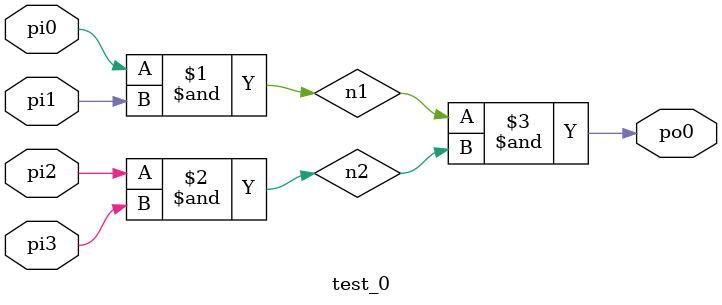
<source format=v>
module test_0 (
	pi0, pi1, pi2, pi3,
	po0);
  	input pi0, pi1, pi2, pi3;
  	output po0;
  	wire n1, n2;
	assign n1 = pi0 & pi1;
	assign n2 = pi2 & pi3;
	assign po0 = n1 & n2;
endmodule

// Y3(i1, i2, 0, i3, 0, 0, i4, 0, 0, 0)

</source>
